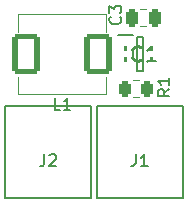
<source format=gto>
G04 #@! TF.GenerationSoftware,KiCad,Pcbnew,7.0.5-0*
G04 #@! TF.CreationDate,2023-12-12T07:42:38-05:00*
G04 #@! TF.ProjectId,12v5VBuck,31327635-5642-4756-936b-2e6b69636164,rev?*
G04 #@! TF.SameCoordinates,Original*
G04 #@! TF.FileFunction,Legend,Top*
G04 #@! TF.FilePolarity,Positive*
%FSLAX46Y46*%
G04 Gerber Fmt 4.6, Leading zero omitted, Abs format (unit mm)*
G04 Created by KiCad (PCBNEW 7.0.5-0) date 2023-12-12 07:42:38*
%MOMM*%
%LPD*%
G01*
G04 APERTURE LIST*
G04 Aperture macros list*
%AMRoundRect*
0 Rectangle with rounded corners*
0 $1 Rounding radius*
0 $2 $3 $4 $5 $6 $7 $8 $9 X,Y pos of 4 corners*
0 Add a 4 corners polygon primitive as box body*
4,1,4,$2,$3,$4,$5,$6,$7,$8,$9,$2,$3,0*
0 Add four circle primitives for the rounded corners*
1,1,$1+$1,$2,$3*
1,1,$1+$1,$4,$5*
1,1,$1+$1,$6,$7*
1,1,$1+$1,$8,$9*
0 Add four rect primitives between the rounded corners*
20,1,$1+$1,$2,$3,$4,$5,0*
20,1,$1+$1,$4,$5,$6,$7,0*
20,1,$1+$1,$6,$7,$8,$9,0*
20,1,$1+$1,$8,$9,$2,$3,0*%
G04 Aperture macros list end*
%ADD10C,0.254000*%
%ADD11C,0.150000*%
%ADD12C,0.200000*%
%ADD13C,0.152400*%
%ADD14C,0.120000*%
%ADD15R,1.250000X0.600000*%
%ADD16C,1.701800*%
%ADD17RoundRect,0.250000X-0.262500X-0.450000X0.262500X-0.450000X0.262500X0.450000X-0.262500X0.450000X0*%
%ADD18RoundRect,0.235000X0.940000X1.465000X-0.940000X1.465000X-0.940000X-1.465000X0.940000X-1.465000X0*%
%ADD19RoundRect,0.250000X0.250000X0.475000X-0.250000X0.475000X-0.250000X-0.475000X0.250000X-0.475000X0*%
G04 APERTURE END LIST*
D10*
X65250237Y-22334318D02*
X65250237Y-21064318D01*
X66580714Y-22213365D02*
X66520238Y-22273842D01*
X66520238Y-22273842D02*
X66338809Y-22334318D01*
X66338809Y-22334318D02*
X66217857Y-22334318D01*
X66217857Y-22334318D02*
X66036428Y-22273842D01*
X66036428Y-22273842D02*
X65915476Y-22152889D01*
X65915476Y-22152889D02*
X65854999Y-22031937D01*
X65854999Y-22031937D02*
X65794523Y-21790032D01*
X65794523Y-21790032D02*
X65794523Y-21608603D01*
X65794523Y-21608603D02*
X65854999Y-21366699D01*
X65854999Y-21366699D02*
X65915476Y-21245746D01*
X65915476Y-21245746D02*
X66036428Y-21124794D01*
X66036428Y-21124794D02*
X66217857Y-21064318D01*
X66217857Y-21064318D02*
X66338809Y-21064318D01*
X66338809Y-21064318D02*
X66520238Y-21124794D01*
X66520238Y-21124794D02*
X66580714Y-21185270D01*
X67790238Y-22334318D02*
X67064523Y-22334318D01*
X67427380Y-22334318D02*
X67427380Y-21064318D01*
X67427380Y-21064318D02*
X67306428Y-21245746D01*
X67306428Y-21245746D02*
X67185476Y-21366699D01*
X67185476Y-21366699D02*
X67064523Y-21427175D01*
D11*
X58391666Y-30229819D02*
X58391666Y-30944104D01*
X58391666Y-30944104D02*
X58344047Y-31086961D01*
X58344047Y-31086961D02*
X58248809Y-31182200D01*
X58248809Y-31182200D02*
X58105952Y-31229819D01*
X58105952Y-31229819D02*
X58010714Y-31229819D01*
X58820238Y-30325057D02*
X58867857Y-30277438D01*
X58867857Y-30277438D02*
X58963095Y-30229819D01*
X58963095Y-30229819D02*
X59201190Y-30229819D01*
X59201190Y-30229819D02*
X59296428Y-30277438D01*
X59296428Y-30277438D02*
X59344047Y-30325057D01*
X59344047Y-30325057D02*
X59391666Y-30420295D01*
X59391666Y-30420295D02*
X59391666Y-30515533D01*
X59391666Y-30515533D02*
X59344047Y-30658390D01*
X59344047Y-30658390D02*
X58772619Y-31229819D01*
X58772619Y-31229819D02*
X59391666Y-31229819D01*
X68986093Y-24711666D02*
X68509902Y-25044999D01*
X68986093Y-25283094D02*
X67986093Y-25283094D01*
X67986093Y-25283094D02*
X67986093Y-24902142D01*
X67986093Y-24902142D02*
X68033712Y-24806904D01*
X68033712Y-24806904D02*
X68081331Y-24759285D01*
X68081331Y-24759285D02*
X68176569Y-24711666D01*
X68176569Y-24711666D02*
X68319426Y-24711666D01*
X68319426Y-24711666D02*
X68414664Y-24759285D01*
X68414664Y-24759285D02*
X68462283Y-24806904D01*
X68462283Y-24806904D02*
X68509902Y-24902142D01*
X68509902Y-24902142D02*
X68509902Y-25283094D01*
X68986093Y-23759285D02*
X68986093Y-24330713D01*
X68986093Y-24044999D02*
X67986093Y-24044999D01*
X67986093Y-24044999D02*
X68128950Y-24140237D01*
X68128950Y-24140237D02*
X68224188Y-24235475D01*
X68224188Y-24235475D02*
X68271807Y-24330713D01*
X59738333Y-26469819D02*
X59262143Y-26469819D01*
X59262143Y-26469819D02*
X59262143Y-25469819D01*
X60595476Y-26469819D02*
X60024048Y-26469819D01*
X60309762Y-26469819D02*
X60309762Y-25469819D01*
X60309762Y-25469819D02*
X60214524Y-25612676D01*
X60214524Y-25612676D02*
X60119286Y-25707914D01*
X60119286Y-25707914D02*
X60024048Y-25755533D01*
X64814580Y-18591666D02*
X64862200Y-18639285D01*
X64862200Y-18639285D02*
X64909819Y-18782142D01*
X64909819Y-18782142D02*
X64909819Y-18877380D01*
X64909819Y-18877380D02*
X64862200Y-19020237D01*
X64862200Y-19020237D02*
X64766961Y-19115475D01*
X64766961Y-19115475D02*
X64671723Y-19163094D01*
X64671723Y-19163094D02*
X64481247Y-19210713D01*
X64481247Y-19210713D02*
X64338390Y-19210713D01*
X64338390Y-19210713D02*
X64147914Y-19163094D01*
X64147914Y-19163094D02*
X64052676Y-19115475D01*
X64052676Y-19115475D02*
X63957438Y-19020237D01*
X63957438Y-19020237D02*
X63909819Y-18877380D01*
X63909819Y-18877380D02*
X63909819Y-18782142D01*
X63909819Y-18782142D02*
X63957438Y-18639285D01*
X63957438Y-18639285D02*
X64005057Y-18591666D01*
X63909819Y-18258332D02*
X63909819Y-17639285D01*
X63909819Y-17639285D02*
X64290771Y-17972618D01*
X64290771Y-17972618D02*
X64290771Y-17829761D01*
X64290771Y-17829761D02*
X64338390Y-17734523D01*
X64338390Y-17734523D02*
X64386009Y-17686904D01*
X64386009Y-17686904D02*
X64481247Y-17639285D01*
X64481247Y-17639285D02*
X64719342Y-17639285D01*
X64719342Y-17639285D02*
X64814580Y-17686904D01*
X64814580Y-17686904D02*
X64862200Y-17734523D01*
X64862200Y-17734523D02*
X64909819Y-17829761D01*
X64909819Y-17829761D02*
X64909819Y-18115475D01*
X64909819Y-18115475D02*
X64862200Y-18210713D01*
X64862200Y-18210713D02*
X64814580Y-18258332D01*
X66151666Y-30219819D02*
X66151666Y-30934104D01*
X66151666Y-30934104D02*
X66104047Y-31076961D01*
X66104047Y-31076961D02*
X66008809Y-31172200D01*
X66008809Y-31172200D02*
X65865952Y-31219819D01*
X65865952Y-31219819D02*
X65770714Y-31219819D01*
X67151666Y-31219819D02*
X66580238Y-31219819D01*
X66865952Y-31219819D02*
X66865952Y-30219819D01*
X66865952Y-30219819D02*
X66770714Y-30362676D01*
X66770714Y-30362676D02*
X66675476Y-30457914D01*
X66675476Y-30457914D02*
X66580238Y-30505533D01*
D12*
X64615000Y-20160000D02*
X65865000Y-20160000D01*
X66215000Y-20310000D02*
X66765000Y-20310000D01*
X66215000Y-23210000D02*
X66215000Y-20310000D01*
X66765000Y-20310000D02*
X66765000Y-23210000D01*
X66765000Y-23210000D02*
X66215000Y-23210000D01*
D13*
X62352000Y-33951999D02*
X62352000Y-26147999D01*
X62352000Y-26147999D02*
X55097999Y-26147999D01*
X55097999Y-33951999D02*
X62352000Y-33951999D01*
X55097999Y-26147999D02*
X55097999Y-33951999D01*
D14*
X65934210Y-23940000D02*
X66388338Y-23940000D01*
X65934210Y-25410000D02*
X66388338Y-25410000D01*
X63605000Y-25165000D02*
X63605000Y-23665000D01*
X63605000Y-18365000D02*
X63605000Y-19865000D01*
X63605000Y-18365000D02*
X56205000Y-18365000D01*
X56205000Y-25165000D02*
X63605000Y-25165000D01*
X56205000Y-25165000D02*
X56205000Y-23665000D01*
X56205000Y-18365000D02*
X56205000Y-19865000D01*
X67036252Y-17940000D02*
X66513748Y-17940000D01*
X67036252Y-19410000D02*
X66513748Y-19410000D01*
D13*
X70112000Y-33941999D02*
X70112000Y-26137999D01*
X70112000Y-26137999D02*
X62857999Y-26137999D01*
X62857999Y-33941999D02*
X70112000Y-33941999D01*
X62857999Y-26137999D02*
X62857999Y-33941999D01*
%LPC*%
D15*
X65240000Y-20810000D03*
X65240000Y-21760000D03*
X65240000Y-22710000D03*
X67740000Y-22710000D03*
X67740000Y-21760000D03*
X67740000Y-20810000D03*
D16*
X60475001Y-30775000D03*
X56974998Y-30775000D03*
D17*
X65248774Y-24675000D03*
X67073774Y-24675000D03*
D18*
X62930000Y-21765000D03*
X56880000Y-21765000D03*
D19*
X65825000Y-18675000D03*
X67725000Y-18675000D03*
D16*
X68235001Y-30765000D03*
X64734998Y-30765000D03*
%LPD*%
M02*

</source>
